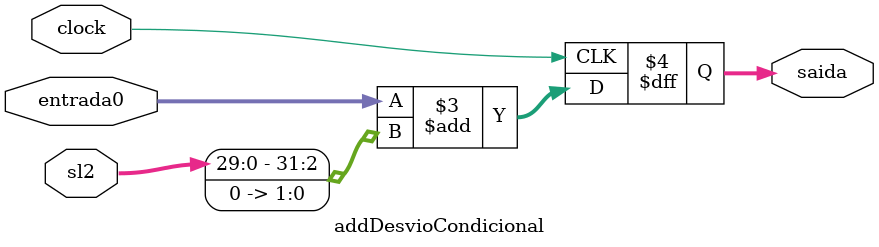
<source format=v>
module addDesvioCondicional(clock, entrada0, sl2, saida);

    input wire clock;
    input wire[31:0] entrada0;
    input wire[31:0] sl2;
    
    output reg [31:0] saida;

    always @ (negedge clock)
    begin: SOMA
        saida = entrada0 + (sl2 << 2);
    end
endmodule

</source>
